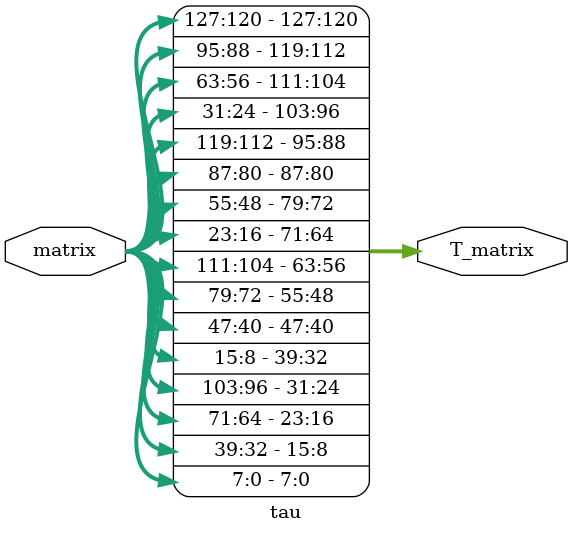
<source format=v>

module tau(
	input [127:0] matrix,
	output [127:0] T_matrix
);

assign T_matrix [127:120] = matrix[127:120];
assign T_matrix [119:112] = matrix[95:88];
assign T_matrix [111:104] = matrix[63:56];
assign T_matrix [103:96]  = matrix[31:24];
assign T_matrix [95:88]   = matrix[119:112];
assign T_matrix [87:80]   = matrix[87:80];
assign T_matrix [79:72]   = matrix[55:48];
assign T_matrix [71:64]   = matrix[23:16];
assign T_matrix [63:56]   = matrix[111:104];
assign T_matrix [55:48]   = matrix[79:72];
assign T_matrix [47:40]   = matrix[47:40];
assign T_matrix [39:32]   = matrix[15:8];
assign T_matrix [31:24]   = matrix[103:96];
assign T_matrix [23:16]   = matrix[71:64];
assign T_matrix [15:8] 	  = matrix[39:32];
assign T_matrix [7:0]     = matrix[7:0];

endmodule  //tau
</source>
